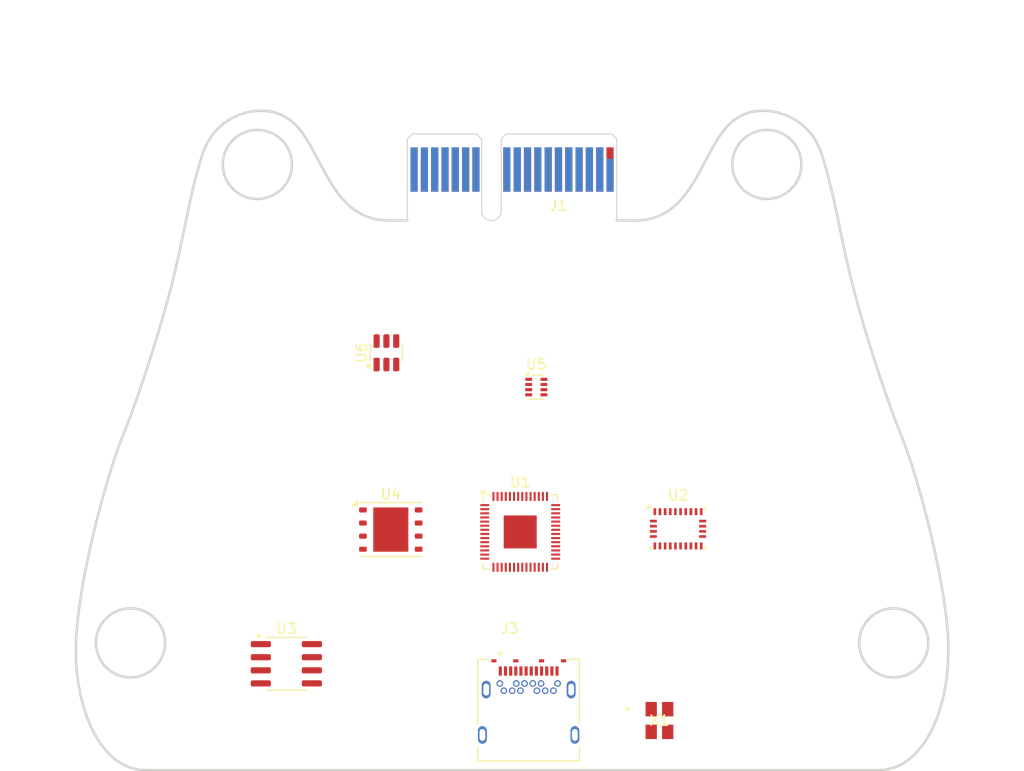
<source format=kicad_pcb>
(kicad_pcb (version 20240108) (generator "pcbnew") (generator_version "8.0")
  (layers (0 "F.Cu" signal) (31 "B.Cu" signal) (34 "B.Paste" user) (35 "F.Paste" user) (36 "B.SilkS" user "B.Silkscreen") (37 "F.SilkS" user "F.Silkscreen") (38 "B.Mask" user) (39 "F.Mask" user) (44 "Edge.Cuts" user))
  (net 0 "")
  (net 1 "Net-(J1-+3.3V-PadA10)")
  (net 2 "Net-(J1-GND-PadA12)")
  (net 5 "Net-(J1-+12V-PadA2)")
  (net 26 "Net-(U1-IOVDD-Pad1)")
  (net 30 "Net-(U1-DVDD-Pad23)")
  (net 82 "Net-(U2-GNDIO-Pad15)")
  (net 109 "Net-(J3-SHIELD-PadS1)")
  (net 112 "Net-(J3-GND_A-PadA1)")
  (net 113 "Net-(J3-VBUS_B-PadB4)")
  (net 117 "Net-(J3-VBUS_A-PadA4)")
  (net 133 "Net-(U5-VOUT-Pad2)")
  (net 144 "Net-(J3-GND_B-PadB1)")
  (footprint "Package_DFN_QFN:QFN-56-1EP_7x7mm_P0.4mm_EP3.2x3.2mm" (layer "F.Cu") (at 147.2 99.3)
    (property "Reference" "U1" (at 0 -4.83 0) (layer "F.SilkS"))
    (property "Value" "RP2040")
    (fp_line (start -3.61 -2.96) (end -3.61 -3.37) (stroke (width 0.12)) (layer "F.SilkS"))
    (fp_line (start -3.61 3.61) (end -3.61 2.96) (stroke (width 0.12)) (layer "F.SilkS"))
    (fp_line (start -2.96 -3.61) (end -3.31 -3.61) (stroke (width 0.12)) (layer "F.SilkS"))
    (fp_line (start -2.96 3.61) (end -3.61 3.61) (stroke (width 0.12)) (layer "F.SilkS"))
    (fp_line (start 2.96 -3.61) (end 3.61 -3.61) (stroke (width 0.12)) (layer "F.SilkS"))
    (fp_line (start 2.96 3.61) (end 3.61 3.61) (stroke (width 0.12)) (layer "F.SilkS"))
    (fp_line (start 3.61 -3.61) (end 3.61 -2.96) (stroke (width 0.12)) (layer "F.SilkS"))
    (fp_line (start 3.61 3.61) (end 3.61 2.96) (stroke (width 0.12)) (layer "F.SilkS"))
    (fp_poly (pts (xy -3.61 -3.61) (xy -3.85 -3.94) (xy -3.37 -3.94) (xy -3.61 -3.61)) (stroke (width 0.12)) (fill solid) (layer "F.SilkS"))
    (pad "1" smd roundrect (at -3.4375 -2.6) (size 0.875 0.2) (layers "F.Cu" "F.Paste" "F.Mask") (net 26 "Net-(U1-IOVDD-Pad1)"))
    (pad "2" smd roundrect (at -3.4375 -2.2) (size 0.875 0.2) (layers "F.Cu" "F.Paste" "F.Mask"))
    (pad "3" smd roundrect (at -3.4375 -1.8) (size 0.875 0.2) (layers "F.Cu" "F.Paste" "F.Mask"))
    (pad "4" smd roundrect (at -3.4375 -1.4) (size 0.875 0.2) (layers "F.Cu" "F.Paste" "F.Mask"))
    (pad "5" smd roundrect (at -3.4375 -1) (size 0.875 0.2) (layers "F.Cu" "F.Paste" "F.Mask"))
    (pad "6" smd roundrect (at -3.4375 -0.6) (size 0.875 0.2) (layers "F.Cu" "F.Paste" "F.Mask"))
    (pad "7" smd roundrect (at -3.4375 -0.2) (size 0.875 0.2) (layers "F.Cu" "F.Paste" "F.Mask"))
    (pad "8" smd roundrect (at -3.4375 0.2) (size 0.875 0.2) (layers "F.Cu" "F.Paste" "F.Mask"))
    (pad "9" smd roundrect (at -3.4375 0.6) (size 0.875 0.2) (layers "F.Cu" "F.Paste" "F.Mask"))
    (pad "10" smd roundrect (at -3.4375 1) (size 0.875 0.2) (layers "F.Cu" "F.Paste" "F.Mask") (net 26 "Net-(U1-IOVDD-Pad1)"))
    (pad "11" smd roundrect (at -3.4375 1.4) (size 0.875 0.2) (layers "F.Cu" "F.Paste" "F.Mask"))
    (pad "12" smd roundrect (at -3.4375 1.8) (size 0.875 0.2) (layers "F.Cu" "F.Paste" "F.Mask"))
    (pad "13" smd roundrect (at -3.4375 2.2) (size 0.875 0.2) (layers "F.Cu" "F.Paste" "F.Mask"))
    (pad "14" smd roundrect (at -3.4375 2.6) (size 0.875 0.2) (layers "F.Cu" "F.Paste" "F.Mask"))
    (pad "15" smd roundrect (at -2.6 3.4375) (size 0.2 0.875) (layers "F.Cu" "F.Paste" "F.Mask"))
    (pad "16" smd roundrect (at -2.2 3.4375) (size 0.2 0.875) (layers "F.Cu" "F.Paste" "F.Mask"))
    (pad "17" smd roundrect (at -1.8 3.4375) (size 0.2 0.875) (layers "F.Cu" "F.Paste" "F.Mask"))
    (pad "18" smd roundrect (at -1.4 3.4375) (size 0.2 0.875) (layers "F.Cu" "F.Paste" "F.Mask"))
    (pad "19" smd roundrect (at -1 3.4375) (size 0.2 0.875) (layers "F.Cu" "F.Paste" "F.Mask"))
    (pad "20" smd roundrect (at -0.6 3.4375) (size 0.2 0.875) (layers "F.Cu" "F.Paste" "F.Mask"))
    (pad "21" smd roundrect (at -0.2 3.4375) (size 0.2 0.875) (layers "F.Cu" "F.Paste" "F.Mask"))
    (pad "22" smd roundrect (at 0.2 3.4375) (size 0.2 0.875) (layers "F.Cu" "F.Paste" "F.Mask") (net 26 "Net-(U1-IOVDD-Pad1)"))
    (pad "23" smd roundrect (at 0.6 3.4375) (size 0.2 0.875) (layers "F.Cu" "F.Paste" "F.Mask") (net 30 "Net-(U1-DVDD-Pad23)"))
    (pad "24" smd roundrect (at 1 3.4375) (size 0.2 0.875) (layers "F.Cu" "F.Paste" "F.Mask"))
    (pad "25" smd roundrect (at 1.4 3.4375) (size 0.2 0.875) (layers "F.Cu" "F.Paste" "F.Mask"))
    (pad "26" smd roundrect (at 1.8 3.4375) (size 0.2 0.875) (layers "F.Cu" "F.Paste" "F.Mask"))
    (pad "27" smd roundrect (at 2.2 3.4375) (size 0.2 0.875) (layers "F.Cu" "F.Paste" "F.Mask"))
    (pad "28" smd roundrect (at 2.6 3.4375) (size 0.2 0.875) (layers "F.Cu" "F.Paste" "F.Mask"))
    (pad "29" smd roundrect (at 3.4375 2.6) (size 0.875 0.2) (layers "F.Cu" "F.Paste" "F.Mask"))
    (pad "30" smd roundrect (at 3.4375 2.2) (size 0.875 0.2) (layers "F.Cu" "F.Paste" "F.Mask"))
    (pad "31" smd roundrect (at 3.4375 1.8) (size 0.875 0.2) (layers "F.Cu" "F.Paste" "F.Mask"))
    (pad "32" smd roundrect (at 3.4375 1.4) (size 0.875 0.2) (layers "F.Cu" "F.Paste" "F.Mask"))
    (pad "33" smd roundrect (at 3.4375 1) (size 0.875 0.2) (layers "F.Cu" "F.Paste" "F.Mask") (net 26 "Net-(U1-IOVDD-Pad1)"))
    (pad "34" smd roundrect (at 3.4375 0.6) (size 0.875 0.2) (layers "F.Cu" "F.Paste" "F.Mask"))
    (pad "35" smd roundrect (at 3.4375 0.2) (size 0.875 0.2) (layers "F.Cu" "F.Paste" "F.Mask"))
    (pad "36" smd roundrect (at 3.4375 -0.2) (size 0.875 0.2) (layers "F.Cu" "F.Paste" "F.Mask"))
    (pad "37" smd roundrect (at 3.4375 -0.6) (size 0.875 0.2) (layers "F.Cu" "F.Paste" "F.Mask"))
    (pad "38" smd roundrect (at 3.4375 -1) (size 0.875 0.2) (layers "F.Cu" "F.Paste" "F.Mask"))
    (pad "39" smd roundrect (at 3.4375 -1.4) (size 0.875 0.2) (layers "F.Cu" "F.Paste" "F.Mask"))
    (pad "40" smd roundrect (at 3.4375 -1.8) (size 0.875 0.2) (layers "F.Cu" "F.Paste" "F.Mask"))
    (pad "41" smd roundrect (at 3.4375 -2.2) (size 0.875 0.2) (layers "F.Cu" "F.Paste" "F.Mask"))
    (pad "42" smd roundrect (at 3.4375 -2.6) (size 0.875 0.2) (layers "F.Cu" "F.Paste" "F.Mask") (net 26 "Net-(U1-IOVDD-Pad1)"))
    (pad "43" smd roundrect (at 2.6 -3.4375) (size 0.2 0.875) (layers "F.Cu" "F.Paste" "F.Mask"))
    (pad "44" smd roundrect (at 2.2 -3.4375) (size 0.2 0.875) (layers "F.Cu" "F.Paste" "F.Mask"))
    (pad "45" smd roundrect (at 1.8 -3.4375) (size 0.2 0.875) (layers "F.Cu" "F.Paste" "F.Mask"))
    (pad "46" smd roundrect (at 1.4 -3.4375) (size 0.2 0.875) (layers "F.Cu" "F.Paste" "F.Mask"))
    (pad "47" smd roundrect (at 1 -3.4375) (size 0.2 0.875) (layers "F.Cu" "F.Paste" "F.Mask"))
    (pad "48" smd roundrect (at 0.6 -3.4375) (size 0.2 0.875) (layers "F.Cu" "F.Paste" "F.Mask"))
    (pad "49" smd roundrect (at 0.2 -3.4375) (size 0.2 0.875) (layers "F.Cu" "F.Paste" "F.Mask") (net 26 "Net-(U1-IOVDD-Pad1)"))
    (pad "50" smd roundrect (at -0.2 -3.4375) (size 0.2 0.875) (layers "F.Cu" "F.Paste" "F.Mask") (net 30 "Net-(U1-DVDD-Pad23)"))
    (pad "51" smd roundrect (at -0.6 -3.4375) (size 0.2 0.875) (layers "F.Cu" "F.Paste" "F.Mask"))
    (pad "52" smd roundrect (at -1 -3.4375) (size 0.2 0.875) (layers "F.Cu" "F.Paste" "F.Mask"))
    (pad "53" smd roundrect (at -1.4 -3.4375) (size 0.2 0.875) (layers "F.Cu" "F.Paste" "F.Mask"))
    (pad "54" smd roundrect (at -1.8 -3.4375) (size 0.2 0.875) (layers "F.Cu" "F.Paste" "F.Mask"))
    (pad "55" smd roundrect (at -2.2 -3.4375) (size 0.2 0.875) (layers "F.Cu" "F.Paste" "F.Mask"))
    (pad "56" smd roundrect (at -2.6 -3.4375) (size 0.2 0.875) (layers "F.Cu" "F.Paste" "F.Mask"))
    (pad "57" smd rect (at 0 0) (size 3.2 3.2) (property pad_prop_heatsink) (layers "F.Cu" "F.Mask"))
  )
  (footprint "Package_LGA:LGA-28_5.2x3.8mm_P0.5mm" (layer "F.Cu") (at 162.5 99)
    (property "Reference" "U2" (at 0 -3.25 0) (layer "F.SilkS"))
    (property "Value" "BNO055")
    (fp_line (start -2.71 2.01) (end -2.71 1.75) (stroke (width 0.12)) (layer "F.SilkS"))
    (fp_line (start -2.71 2.01) (end -2.45 2.01) (stroke (width 0.12)) (layer "F.SilkS"))
    (fp_line (start 2.71 -2.01) (end 2.45 -2.01) (stroke (width 0.12)) (layer "F.SilkS"))
    (fp_line (start 2.71 -2.01) (end 2.71 -1.75) (stroke (width 0.12)) (layer "F.SilkS"))
    (fp_line (start 2.71 2.01) (end 2.45 2.01) (stroke (width 0.12)) (layer "F.SilkS"))
    (fp_line (start 2.71 2.01) (end 2.71 1.75) (stroke (width 0.12)) (layer "F.SilkS"))
    (fp_poly (pts (xy -2.71 -2.01) (xy -3.07 -2.01) (xy -2.71 -2.37) (xy -2.71 -2.01)) (stroke (width 0.1)) (fill solid) (layer "F.SilkS"))
    (pad "1" smd rect (at -2.25 -1.6625) (size 0.254 0.675) (layers "F.Cu" "F.Paste" "F.Mask"))
    (pad "2" smd rect (at -2.3875 -0.75 90) (size 0.254 0.675) (layers "F.Cu" "F.Paste" "F.Mask"))
    (pad "3" smd rect (at -2.3875 -0.25 90) (size 0.254 0.675) (layers "F.Cu" "F.Paste" "F.Mask"))
    (pad "4" smd rect (at -2.3875 0.25 90) (size 0.254 0.675) (layers "F.Cu" "F.Paste" "F.Mask"))
    (pad "5" smd rect (at -2.3875 0.75 90) (size 0.254 0.675) (layers "F.Cu" "F.Paste" "F.Mask"))
    (pad "6" smd rect (at -2.25 1.6625) (size 0.254 0.675) (layers "F.Cu" "F.Paste" "F.Mask"))
    (pad "7" smd rect (at -1.75 1.6625) (size 0.254 0.675) (layers "F.Cu" "F.Paste" "F.Mask"))
    (pad "8" smd rect (at -1.25 1.6625) (size 0.254 0.675) (layers "F.Cu" "F.Paste" "F.Mask"))
    (pad "9" smd rect (at -0.75 1.6625) (size 0.254 0.675) (layers "F.Cu" "F.Paste" "F.Mask"))
    (pad "10" smd rect (at -0.25 1.6625) (size 0.254 0.675) (layers "F.Cu" "F.Paste" "F.Mask"))
    (pad "11" smd rect (at 0.25 1.6625) (size 0.254 0.675) (layers "F.Cu" "F.Paste" "F.Mask"))
    (pad "12" smd rect (at 0.75 1.6625) (size 0.254 0.675) (layers "F.Cu" "F.Paste" "F.Mask"))
    (pad "13" smd rect (at 1.25 1.6625) (size 0.254 0.675) (layers "F.Cu" "F.Paste" "F.Mask"))
    (pad "14" smd rect (at 1.75 1.6625) (size 0.254 0.675) (layers "F.Cu" "F.Paste" "F.Mask"))
    (pad "15" smd rect (at 2.25 1.6625) (size 0.254 0.675) (layers "F.Cu" "F.Paste" "F.Mask") (net 82 "Net-(U2-GNDIO-Pad15)"))
    (pad "16" smd rect (at 2.3875 0.75 90) (size 0.254 0.675) (layers "F.Cu" "F.Paste" "F.Mask") (net 82 "Net-(U2-GNDIO-Pad15)"))
    (pad "17" smd rect (at 2.3875 0.25 90) (size 0.254 0.675) (layers "F.Cu" "F.Paste" "F.Mask"))
    (pad "18" smd rect (at 2.3875 -0.25 90) (size 0.254 0.675) (layers "F.Cu" "F.Paste" "F.Mask"))
    (pad "19" smd rect (at 2.3875 -0.75 90) (size 0.254 0.675) (layers "F.Cu" "F.Paste" "F.Mask"))
    (pad "20" smd rect (at 2.25 -1.6625) (size 0.254 0.675) (layers "F.Cu" "F.Paste" "F.Mask"))
    (pad "21" smd rect (at 1.75 -1.6625) (size 0.254 0.675) (layers "F.Cu" "F.Paste" "F.Mask"))
    (pad "22" smd rect (at 1.25 -1.6625) (size 0.254 0.675) (layers "F.Cu" "F.Paste" "F.Mask"))
    (pad "23" smd rect (at 0.75 -1.6625) (size 0.254 0.675) (layers "F.Cu" "F.Paste" "F.Mask"))
    (pad "24" smd rect (at 0.25 -1.6625) (size 0.254 0.675) (layers "F.Cu" "F.Paste" "F.Mask"))
    (pad "25" smd rect (at -0.25 -1.6625) (size 0.254 0.675) (layers "F.Cu" "F.Paste" "F.Mask") (net 82 "Net-(U2-GNDIO-Pad15)"))
    (pad "26" smd rect (at -0.75 -1.6625) (size 0.254 0.675) (layers "F.Cu" "F.Paste" "F.Mask"))
    (pad "27" smd rect (at -1.25 -1.6625) (size 0.254 0.675) (layers "F.Cu" "F.Paste" "F.Mask"))
    (pad "28" smd rect (at -1.75 -1.6625) (size 0.254 0.675) (layers "F.Cu" "F.Paste" "F.Mask"))
  )
  (footprint "Connector_PCBEdge:BUS_PCIexpress_x1" (layer "F.Cu") (at 155.908096 64.138907 180)
    (property "Reference" "J1" (at 5 -3.5 0) (layer "F.SilkS"))
    (property "Value" "Bus_PCI_Express_x1")
    (fp_line (start 19.65 2.95) (end 19.15 3.45) (stroke (width 0.1)) (layer "Edge.Cuts"))
    (fp_line (start 19.65 -4.95) (end 19.65 2.95) (stroke (width 0.1)) (layer "Edge.Cuts"))
    (fp_line (start 12.95 3.45) (end 19.15 3.45) (stroke (width 0.1)) (layer "Edge.Cuts"))
    (fp_line (start 12.45 2.95) (end 12.95 3.45) (stroke (width 0.1)) (layer "Edge.Cuts"))
    (fp_line (start 12.45 -4) (end 12.45 2.95) (stroke (width 0.1)) (layer "Edge.Cuts"))
    (fp_line (start 10.55 2.95) (end 10.05 3.45) (stroke (width 0.1)) (layer "Edge.Cuts"))
    (fp_line (start 10.55 -4) (end 10.55 2.95) (stroke (width 0.1)) (layer "Edge.Cuts"))
    (fp_line (start -0.15 3.45) (end 10.05 3.45) (stroke (width 0.1)) (layer "Edge.Cuts"))
    (fp_line (start -0.65 2.95) (end -0.15 3.45) (stroke (width 0.1)) (layer "Edge.Cuts"))
    (fp_line (start -0.65 -4.95) (end -0.65 2.95) (stroke (width 0.1)) (layer "Edge.Cuts"))
    (fp_arc (start 10.55 -4) (mid 11.5 -4.95) (end 12.45 -4) (stroke (width 0.1)) (layer "Edge.Cuts"))
    (pad "A1" connect rect (at 0 -0.55 180) (size 0.7 3.2) (layers "B.Cu" "B.Mask"))
    (pad "A2" connect rect (at 1 0 180) (size 0.7 4.3) (layers "B.Cu" "B.Mask") (net 5 "Net-(J1-+12V-PadA2)"))
    (pad "A3" connect rect (at 2 0 180) (size 0.7 4.3) (layers "B.Cu" "B.Mask") (net 5 "Net-(J1-+12V-PadA2)"))
    (pad "A4" connect rect (at 3 0 180) (size 0.7 4.3) (layers "B.Cu" "B.Mask") (net 2 "Net-(J1-GND-PadA12)"))
    (pad "A5" connect rect (at 4 0 180) (size 0.7 4.3) (layers "B.Cu" "B.Mask"))
    (pad "A6" connect rect (at 5 0 180) (size 0.7 4.3) (layers "B.Cu" "B.Mask"))
    (pad "A7" connect rect (at 6 0 180) (size 0.7 4.3) (layers "B.Cu" "B.Mask"))
    (pad "A8" connect rect (at 7 0 180) (size 0.7 4.3) (layers "B.Cu" "B.Mask"))
    (pad "A9" connect rect (at 8 0 180) (size 0.7 4.3) (layers "B.Cu" "B.Mask") (net 1 "Net-(J1-+3.3V-PadA10)"))
    (pad "A10" connect rect (at 9 0 180) (size 0.7 4.3) (layers "B.Cu" "B.Mask") (net 1 "Net-(J1-+3.3V-PadA10)"))
    (pad "A11" connect rect (at 10 0 180) (size 0.7 4.3) (layers "B.Cu" "B.Mask"))
    (pad "A12" connect rect (at 13 0 180) (size 0.7 4.3) (layers "B.Cu" "B.Mask") (net 2 "Net-(J1-GND-PadA12)"))
    (pad "A13" connect rect (at 14 0 180) (size 0.7 4.3) (layers "B.Cu" "B.Mask"))
    (pad "A14" connect rect (at 15 0 180) (size 0.7 4.3) (layers "B.Cu" "B.Mask"))
    (pad "A15" connect rect (at 16 0 180) (size 0.7 4.3) (layers "B.Cu" "B.Mask") (net 2 "Net-(J1-GND-PadA12)"))
    (pad "A16" connect rect (at 17 0 180) (size 0.7 4.3) (layers "B.Cu" "B.Mask"))
    (pad "A17" connect rect (at 18 0 180) (size 0.7 4.3) (layers "B.Cu" "B.Mask"))
    (pad "A18" connect rect (at 19 0 180) (size 0.7 4.3) (layers "B.Cu" "B.Mask") (net 2 "Net-(J1-GND-PadA12)"))
    (pad "B1" connect rect (at 0 0 180) (size 0.7 4.3) (layers "F.Cu" "F.Mask") (net 5 "Net-(J1-+12V-PadA2)"))
    (pad "B2" connect rect (at 1 0 180) (size 0.7 4.3) (layers "F.Cu" "F.Mask") (net 5 "Net-(J1-+12V-PadA2)"))
    (pad "B3" connect rect (at 2 0 180) (size 0.7 4.3) (layers "F.Cu" "F.Mask") (net 5 "Net-(J1-+12V-PadA2)"))
    (pad "B4" connect rect (at 3 0 180) (size 0.7 4.3) (layers "F.Cu" "F.Mask") (net 2 "Net-(J1-GND-PadA12)"))
    (pad "B5" connect rect (at 4 0 180) (size 0.7 4.3) (layers "F.Cu" "F.Mask"))
    (pad "B6" connect rect (at 5 0 180) (size 0.7 4.3) (layers "F.Cu" "F.Mask"))
    (pad "B7" connect rect (at 6 0 180) (size 0.7 4.3) (layers "F.Cu" "F.Mask") (net 2 "Net-(J1-GND-PadA12)"))
    (pad "B8" connect rect (at 7 0 180) (size 0.7 4.3) (layers "F.Cu" "F.Mask") (net 1 "Net-(J1-+3.3V-PadA10)"))
    (pad "B9" connect rect (at 8 0 180) (size 0.7 4.3) (layers "F.Cu" "F.Mask"))
    (pad "B10" connect rect (at 9 0 180) (size 0.7 4.3) (layers "F.Cu" "F.Mask"))
    (pad "B11" connect rect (at 10 0 180) (size 0.7 4.3) (layers "F.Cu" "F.Mask"))
    (pad "B12" connect rect (at 13 0 180) (size 0.7 4.3) (layers "F.Cu" "F.Mask"))
    (pad "B13" connect rect (at 14 0 180) (size 0.7 4.3) (layers "F.Cu" "F.Mask") (net 2 "Net-(J1-GND-PadA12)"))
    (pad "B14" connect rect (at 15 0 180) (size 0.7 4.3) (layers "F.Cu" "F.Mask"))
    (pad "B15" connect rect (at 16 0 180) (size 0.7 4.3) (layers "F.Cu" "F.Mask"))
    (pad "B16" connect rect (at 17 0 180) (size 0.7 4.3) (layers "F.Cu" "F.Mask") (net 2 "Net-(J1-GND-PadA12)"))
    (pad "B17" connect rect (at 18 -0.55 180) (size 0.7 3.2) (layers "F.Cu" "F.Mask"))
    (pad "B18" connect rect (at 19 0 180) (size 0.7 4.3) (layers "F.Cu" "F.Mask") (net 2 "Net-(J1-GND-PadA12)"))
  )
  (footprint "footprints:ABM8-272-T3_ABR" (layer "F.Cu") (at 160.699999 117.6)
    (property "Reference" "X1" (at 0 0 0) (layer "F.SilkS"))
    (property "Value" "ABM8-272-T3")
    (fp_circle (center -3.1016 -1.1) (end -2.9746 -1.1) (stroke (width 0.1524)) (fill none) (layer "F.SilkS"))
    (pad "1" smd rect (at -0.800001 -1.1) (size 1.1 1.4) (layers "F.Cu" "F.Paste" "F.Mask"))
    (pad "2" smd rect (at -0.800001 1.1) (size 1.1 1.4) (layers "F.Cu" "F.Paste" "F.Mask"))
    (pad "3" smd rect (at 0.800001 1.1) (size 1.1 1.4) (layers "F.Cu" "F.Paste" "F.Mask"))
    (pad "4" smd rect (at 0.800001 -1.1) (size 1.1 1.4) (layers "F.Cu" "F.Paste" "F.Mask"))
  )
  (footprint "Package_SON:WSON-8-1EP_6x5mm_P1.27mm_EP3.4x4.3mm" (layer "F.Cu") (at 134.65 99.075)
    (property "Reference" "U4" (at 0 -3.45 0) (layer "F.SilkS"))
    (property "Value" "W25Q128JVP")
    (fp_line (start -3 2.61) (end 3 2.61) (stroke (width 0.12)) (layer "F.SilkS"))
    (fp_line (start -2.99 -2.61) (end 3 -2.61) (stroke (width 0.12)) (layer "F.SilkS"))
    (fp_poly (pts (xy -3.23 -2.31) (xy -3.71 -2.31) (xy -3.23 -2.79) (xy -3.23 -2.31)) (stroke (width 0.12)) (fill solid) (layer "F.SilkS"))
    (pad "1" smd roundrect (at -2.7 -1.905) (size 0.75 0.5) (layers "F.Cu" "F.Paste" "F.Mask"))
    (pad "2" smd roundrect (at -2.7 -0.635) (size 0.75 0.5) (layers "F.Cu" "F.Paste" "F.Mask"))
    (pad "3" smd roundrect (at -2.7 0.635) (size 0.75 0.5) (layers "F.Cu" "F.Paste" "F.Mask"))
    (pad "4" smd roundrect (at -2.7 1.905) (size 0.75 0.5) (layers "F.Cu" "F.Paste" "F.Mask"))
    (pad "5" smd roundrect (at 2.7 1.905) (size 0.75 0.5) (layers "F.Cu" "F.Paste" "F.Mask"))
    (pad "6" smd roundrect (at 2.7 0.635) (size 0.75 0.5) (layers "F.Cu" "F.Paste" "F.Mask"))
    (pad "7" smd roundrect (at 2.7 -0.635) (size 0.75 0.5) (layers "F.Cu" "F.Paste" "F.Mask"))
    (pad "8" smd roundrect (at 2.7 -1.905) (size 0.75 0.5) (layers "F.Cu" "F.Paste" "F.Mask"))
    (pad "9" smd rect (at 0 0) (size 3.4 4.3) (property pad_prop_heatsink) (layers "F.Cu" "F.Mask"))
  )
  (footprint "Package_TO_SOT_SMD:SOT-23-6" (layer "F.Cu") (at 134.225 81.925 90)
    (property "Reference" "U6" (at 0 -2.4 90) (layer "F.SilkS"))
    (property "Value" "LMR51430")
    (fp_line (start 0 -1.56) (end 0.8 -1.56) (stroke (width 0.12)) (layer "F.SilkS"))
    (fp_line (start 0 -1.56) (end -0.8 -1.56) (stroke (width 0.12)) (layer "F.SilkS"))
    (fp_line (start 0 1.56) (end 0.8 1.56) (stroke (width 0.12)) (layer "F.SilkS"))
    (fp_line (start 0 1.56) (end -0.8 1.56) (stroke (width 0.12)) (layer "F.SilkS"))
    (fp_poly (pts (xy -1.3 -1.51) (xy -1.54 -1.84) (xy -1.06 -1.84) (xy -1.3 -1.51)) (stroke (width 0.12)) (fill solid) (layer "F.SilkS"))
    (pad "1" smd roundrect (at -1.1375 -0.95 90) (size 1.325 0.6) (layers "F.Cu" "F.Paste" "F.Mask"))
    (pad "2" smd roundrect (at -1.1375 0 90) (size 1.325 0.6) (layers "F.Cu" "F.Paste" "F.Mask"))
    (pad "3" smd roundrect (at -1.1375 0.95 90) (size 1.325 0.6) (layers "F.Cu" "F.Paste" "F.Mask"))
    (pad "4" smd roundrect (at 1.1375 0.95 90) (size 1.325 0.6) (layers "F.Cu" "F.Paste" "F.Mask"))
    (pad "5" smd roundrect (at 1.1375 0 90) (size 1.325 0.6) (layers "F.Cu" "F.Paste" "F.Mask"))
    (pad "6" smd roundrect (at 1.1375 -0.95 90) (size 1.325 0.6) (layers "F.Cu" "F.Paste" "F.Mask"))
  )
  (footprint "Package_TO_SOT_SMD:SOT-583-8" (layer "F.Cu") (at 148.76 85.25)
    (property "Reference" "U5" (at 0 -2.2 0) (layer "F.SilkS"))
    (property "Value" "TPS2116DRL")
    (fp_line (start 0.65 -1.16) (end -0.4 -1.16) (stroke (width 0.12)) (layer "F.SilkS"))
    (fp_line (start 0.65 1.16) (end -0.65 1.16) (stroke (width 0.12)) (layer "F.SilkS"))
    (fp_poly (pts (xy -0.76 -1.16) (xy -1.04 -1.16) (xy -0.76 -1.44) (xy -0.76 -1.16)) (stroke (width 0.12)) (fill solid) (layer "F.SilkS"))
    (pad "1" smd roundrect (at -0.74 -0.75) (size 0.67 0.3) (layers "F.Cu" "F.Paste" "F.Mask") (roundrect_rratio 0.1666666667))
    (pad "2" smd roundrect (at -0.74 -0.25) (size 0.67 0.3) (layers "F.Cu" "F.Paste" "F.Mask") (roundrect_rratio 0.1666666667) (net 133 "Net-(U5-VOUT-Pad2)"))
    (pad "3" smd roundrect (at -0.74 0.25) (size 0.67 0.3) (layers "F.Cu" "F.Paste" "F.Mask") (roundrect_rratio 0.1666666667))
    (pad "4" smd roundrect (at -0.74 0.75) (size 0.67 0.3) (layers "F.Cu" "F.Paste" "F.Mask") (roundrect_rratio 0.1666666667))
    (pad "5" smd roundrect (at 0.74 0.75) (size 0.67 0.3) (layers "F.Cu" "F.Paste" "F.Mask") (roundrect_rratio 0.1666666667))
    (pad "6" smd roundrect (at 0.74 0.25) (size 0.67 0.3) (layers "F.Cu" "F.Paste" "F.Mask") (roundrect_rratio 0.1666666667))
    (pad "7" smd roundrect (at 0.74 -0.25) (size 0.67 0.3) (layers "F.Cu" "F.Paste" "F.Mask") (roundrect_rratio 0.1666666667) (net 133 "Net-(U5-VOUT-Pad2)"))
    (pad "8" smd roundrect (at 0.74 -0.75) (size 0.67 0.3) (layers "F.Cu" "F.Paste" "F.Mask") (roundrect_rratio 0.1666666667))
  )
  (footprint "Package_SO:SOIC-8_3.9x4.9mm_P1.27mm" (layer "F.Cu") (at 124.525 112.095)
    (property "Reference" "U3" (at 0 -3.4 0) (layer "F.SilkS"))
    (property "Value" "MCP2562-E-SN")
    (fp_line (start 0 -2.56) (end -1.95 -2.56) (stroke (width 0.12)) (layer "F.SilkS"))
    (fp_line (start 0 -2.56) (end 1.95 -2.56) (stroke (width 0.12)) (layer "F.SilkS"))
    (fp_line (start 0 2.56) (end -1.95 2.56) (stroke (width 0.12)) (layer "F.SilkS"))
    (fp_line (start 0 2.56) (end 1.95 2.56) (stroke (width 0.12)) (layer "F.SilkS"))
    (fp_poly (pts (xy -2.7 -2.465) (xy -2.94 -2.795) (xy -2.46 -2.795) (xy -2.7 -2.465)) (stroke (width 0.12)) (fill solid) (layer "F.SilkS"))
    (pad "1" smd roundrect (at -2.475 -1.905) (size 1.95 0.6) (layers "F.Cu" "F.Paste" "F.Mask"))
    (pad "2" smd roundrect (at -2.475 -0.635) (size 1.95 0.6) (layers "F.Cu" "F.Paste" "F.Mask"))
    (pad "3" smd roundrect (at -2.475 0.635) (size 1.95 0.6) (layers "F.Cu" "F.Paste" "F.Mask"))
    (pad "4" smd roundrect (at -2.475 1.905) (size 1.95 0.6) (layers "F.Cu" "F.Paste" "F.Mask"))
    (pad "5" smd roundrect (at 2.475 1.905) (size 1.95 0.6) (layers "F.Cu" "F.Paste" "F.Mask"))
    (pad "6" smd roundrect (at 2.475 0.635) (size 1.95 0.6) (layers "F.Cu" "F.Paste" "F.Mask"))
    (pad "7" smd roundrect (at 2.475 -0.635) (size 1.95 0.6) (layers "F.Cu" "F.Paste" "F.Mask"))
    (pad "8" smd roundrect (at 2.475 -1.905) (size 1.95 0.6) (layers "F.Cu" "F.Paste" "F.Mask"))
  )
  (footprint "TYPE-C-31-M-04:HRO_TYPE-C-31-M-04" (layer "F.Cu") (at 148.02 112.8)
    (property "Reference" "J3" (at -1.825 -4.135 0) (layer "F.SilkS"))
    (property "Value" "TYPE-C-31-M-04")
    (fp_line (start -4.925 5.03) (end -4.925 -1.14) (stroke (width 0.127)) (layer "F.SilkS"))
    (fp_line (start -4.925 8.73) (end -4.925 7.37) (stroke (width 0.127)) (layer "F.SilkS"))
    (fp_line (start -4.925 8.73) (end 4.925 8.73) (stroke (width 0.127)) (layer "F.SilkS"))
    (fp_line (start -3.94 -1.14) (end -4.925 -1.14) (stroke (width 0.127)) (layer "F.SilkS"))
    (fp_line (start 4.925 -1.14) (end 3.95 -1.14) (stroke (width 0.127)) (layer "F.SilkS"))
    (fp_line (start 4.925 5.03) (end 4.925 -1.14) (stroke (width 0.127)) (layer "F.SilkS"))
    (fp_line (start 4.925 8.73) (end 4.925 7.37) (stroke (width 0.127)) (layer "F.SilkS"))
    (fp_circle (center -2.75 -1.7) (end -2.65 -1.7) (stroke (width 0.2)) (fill none) (layer "F.SilkS"))
    (pad "" np_thru_hole circle (at -3.6 0.56) (size 0.675 0.675) (drill 0.675) (layers "*.Cu" "*.Mask"))
    (pad "" np_thru_hole circle (at 3.75 0.56) (size 0.675 0.675) (drill 0.675) (layers "*.Cu" "*.Mask"))
    (pad "A1" smd rect (at -2.75 0) (size 0.3 0.9) (layers "F.Cu" "F.Paste" "F.Mask") (net 112 "Net-(J3-GND_A-PadA1)"))
    (pad "A2" smd rect (at -2.25 0) (size 0.3 0.9) (layers "F.Cu" "F.Paste" "F.Mask"))
    (pad "A3" smd rect (at -1.75 0) (size 0.3 0.9) (layers "F.Cu" "F.Paste" "F.Mask"))
    (pad "A4" smd rect (at -1.25 0) (size 0.3 0.9) (layers "F.Cu" "F.Paste" "F.Mask") (net 117 "Net-(J3-VBUS_A-PadA4)"))
    (pad "A5" smd rect (at -0.75 0) (size 0.3 0.9) (layers "F.Cu" "F.Paste" "F.Mask"))
    (pad "A6" smd rect (at -0.25 0) (size 0.3 0.9) (layers "F.Cu" "F.Paste" "F.Mask"))
    (pad "A7" smd rect (at 0.25 0) (size 0.3 0.9) (layers "F.Cu" "F.Paste" "F.Mask"))
    (pad "A8" smd rect (at 0.75 0) (size 0.3 0.9) (layers "F.Cu" "F.Paste" "F.Mask"))
    (pad "A9" smd rect (at 1.25 0) (size 0.3 0.9) (layers "F.Cu" "F.Paste" "F.Mask") (net 117 "Net-(J3-VBUS_A-PadA4)"))
    (pad "A10" smd rect (at 1.75 0) (size 0.3 0.9) (layers "F.Cu" "F.Paste" "F.Mask"))
    (pad "A11" smd rect (at 2.25 0) (size 0.3 0.9) (layers "F.Cu" "F.Paste" "F.Mask"))
    (pad "A12" smd rect (at 2.75 0) (size 0.3 0.9) (layers "F.Cu" "F.Paste" "F.Mask") (net 112 "Net-(J3-GND_A-PadA1)"))
    (pad "B1" thru_hole circle (at 2.8 1.21) (size 0.64 0.64) (drill 0.4) (layers "*.Cu" "*.Mask") (net 144 "Net-(J3-GND_B-PadB1)"))
    (pad "B2" thru_hole circle (at 2.4 1.91) (size 0.64 0.64) (drill 0.4) (layers "*.Cu" "*.Mask"))
    (pad "B3" thru_hole circle (at 1.6 1.91) (size 0.64 0.64) (drill 0.4) (layers "*.Cu" "*.Mask"))
    (pad "B4" thru_hole circle (at 1.2 1.21) (size 0.64 0.64) (drill 0.4) (layers "*.Cu" "*.Mask") (net 113 "Net-(J3-VBUS_B-PadB4)"))
    (pad "B5" thru_hole circle (at 0.8 1.91) (size 0.64 0.64) (drill 0.4) (layers "*.Cu" "*.Mask"))
    (pad "B6" thru_hole circle (at 0.4 1.21) (size 0.64 0.64) (drill 0.4) (layers "*.Cu" "*.Mask"))
    (pad "B7" thru_hole circle (at -0.4 1.21) (size 0.64 0.64) (drill 0.4) (layers "*.Cu" "*.Mask"))
    (pad "B8" thru_hole circle (at -0.8 1.91) (size 0.64 0.64) (drill 0.4) (layers "*.Cu" "*.Mask"))
    (pad "B9" thru_hole circle (at -1.2 1.21) (size 0.64 0.64) (drill 0.4) (layers "*.Cu" "*.Mask") (net 113 "Net-(J3-VBUS_B-PadB4)"))
    (pad "B10" thru_hole circle (at -1.6 1.91) (size 0.64 0.64) (drill 0.4) (layers "*.Cu" "*.Mask"))
    (pad "B11" thru_hole circle (at -2.4 1.91) (size 0.64 0.64) (drill 0.4) (layers "*.Cu" "*.Mask"))
    (pad "B12" thru_hole circle (at -2.8 1.21) (size 0.64 0.64) (drill 0.4) (layers "*.Cu" "*.Mask") (net 144 "Net-(J3-GND_B-PadB1)"))
    (pad "S1" smd rect (at -3.37 -0.99) (size 0.5 0.3) (layers "F.Cu" "F.Paste" "F.Mask") (net 109 "Net-(J3-SHIELD-PadS1)"))
    (pad "S2" smd rect (at -1.25 -0.99) (size 0.5 0.3) (layers "F.Cu" "F.Paste" "F.Mask") (net 109 "Net-(J3-SHIELD-PadS1)"))
    (pad "S3" smd rect (at 1.25 -0.99) (size 0.5 0.3) (layers "F.Cu" "F.Paste" "F.Mask") (net 109 "Net-(J3-SHIELD-PadS1)"))
    (pad "S4" smd rect (at 3.38 -0.99) (size 0.5 0.3) (layers "F.Cu" "F.Paste" "F.Mask") (net 109 "Net-(J3-SHIELD-PadS1)"))
    (pad "S5" thru_hole oval (at -4.12 1.8) (size 0.85 1.7) (drill oval 0.55 1.15) (layers "*.Cu" "*.Mask") (net 109 "Net-(J3-SHIELD-PadS1)"))
    (pad "S6" thru_hole oval (at 4.12 1.8) (size 0.85 1.7) (drill oval 0.55 1.15) (layers "*.Cu" "*.Mask") (net 109 "Net-(J3-SHIELD-PadS1)"))
    (pad "S7" thru_hole oval (at -4.49 6.2) (size 0.85 1.7) (drill oval 0.55 1.15) (layers "*.Cu" "*.Mask") (net 109 "Net-(J3-SHIELD-PadS1)"))
    (pad "S8" thru_hole oval (at 4.48 6.2) (size 0.85 1.7) (drill oval 0.55 1.15) (layers "*.Cu" "*.Mask") (net 109 "Net-(J3-SHIELD-PadS1)"))
  )
  (gr_circle (center 109.413305 110.068595) (end 112.763305 110.068595) (stroke (width 0.25)) (fill none) (layer "Edge.Cuts"))
  (gr_curve (pts (xy 116.139347 63.480372) (xy 115.041112 67.180024) (xy 114.605096 70.558899) (xy 113.472466 75.059248)) (stroke (width 0.25)) (layer "Edge.Cuts"))
  (gr_circle (center 171.113305 63.648595) (end 174.463305 63.648595) (stroke (width 0.25)) (fill none) (layer "Edge.Cuts"))
  (gr_curve (pts (xy 183.848256 89.194164) (xy 184.144737 89.955359) (xy 184.41476 90.604993) (xy 184.743875 91.544879)) (stroke (width 0.25)) (layer "Edge.Cuts"))
  (gr_curve (pts (xy 175.818122 61.288482) (xy 176.211607 61.957508) (xy 176.463216 62.725615) (xy 176.687264 63.480372)) (stroke (width 0.25)) (layer "Edge.Cuts"))
  (gr_curve (pts (xy 104.200217 108.833629) (xy 104.094575 110.198761) (xy 104.091862 111.420189) (xy 104.19191 112.609777)) (stroke (width 0.25)) (layer "Edge.Cuts"))
  (gr_curve (pts (xy 188.626393 108.833629) (xy 188.732035 110.198761) (xy 188.734748 111.420189) (xy 188.6347 112.609777)) (stroke (width 0.25)) (layer "Edge.Cuts"))
  (gr_curve (pts (xy 104.19191 112.609777) (xy 104.630063 117.81952) (xy 107.039119 122.418595) (xy 110.892406 122.418595)) (stroke (width 0.25)) (layer "Edge.Cuts"))
  (gr_curve (pts (xy 184.743875 91.544879) (xy 186.022342 95.195924) (xy 188.192506 103.226823) (xy 188.626393 108.833629)) (stroke (width 0.25)) (layer "Edge.Cuts"))
  (gr_circle (center 183.413305 110.068595) (end 186.763305 110.068595) (stroke (width 0.25)) (fill none) (layer "Edge.Cuts"))
  (gr_curve (pts (xy 167.784109 59.460642) (xy 170.210083 57.468961) (xy 174.205534 58.546668) (xy 175.818122 61.288482)) (stroke (width 0.25)) (layer "Edge.Cuts"))
  (gr_curve (pts (xy 113.472466 75.059248) (xy 112.290838 79.754285) (xy 110.351021 85.669927) (xy 108.978354 89.194164)) (stroke (width 0.25)) (layer "Edge.Cuts"))
  (gr_curve (pts (xy 134.473131 69.088595) (xy 128.643121 69.088595) (xy 128.04424 61.925014) (xy 125.042501 59.460642)) (stroke (width 0.25)) (layer "Edge.Cuts"))
  (gr_curve (pts (xy 188.6347 112.609777) (xy 188.196547 117.81952) (xy 185.787492 122.418595) (xy 181.934205 122.418595)) (stroke (width 0.25)) (layer "Edge.Cuts"))
  (gr_line (start 156.558096 69.088907) (end 158.353479 69.088595) (stroke (width 0.25)) (layer "Edge.Cuts"))
  (gr_curve (pts (xy 158.353479 69.088595) (xy 164.18349 69.088595) (xy 164.782371 61.925014) (xy 167.784109 59.460642)) (stroke (width 0.25)) (layer "Edge.Cuts"))
  (gr_line (start 136.258096 69.088907) (end 134.473131 69.088595) (stroke (width 0.25)) (layer "Edge.Cuts"))
  (gr_line (start 110.892406 122.418595) (end 181.934205 122.418595) (stroke (width 0.25)) (layer "Edge.Cuts"))
  (gr_curve (pts (xy 179.354144 75.059248) (xy 180.535772 79.754285) (xy 182.475589 85.669927) (xy 183.848256 89.194164)) (stroke (width 0.25)) (layer "Edge.Cuts"))
  (gr_curve (pts (xy 108.978354 89.194164) (xy 108.681873 89.955359) (xy 108.411851 90.604993) (xy 108.082736 91.544879)) (stroke (width 0.25)) (layer "Edge.Cuts"))
  (gr_curve (pts (xy 176.687264 63.480372) (xy 177.785498 67.180024) (xy 178.221515 70.558899) (xy 179.354144 75.059248)) (stroke (width 0.25)) (layer "Edge.Cuts"))
  (gr_curve (pts (xy 108.082736 91.544879) (xy 106.804268 95.195924) (xy 104.634104 103.226823) (xy 104.200217 108.833629)) (stroke (width 0.25)) (layer "Edge.Cuts"))
  (gr_curve (pts (xy 125.042501 59.460642) (xy 122.616527 57.468961) (xy 118.621076 58.546668) (xy 117.008489 61.288482)) (stroke (width 0.25)) (layer "Edge.Cuts"))
  (gr_curve (pts (xy 117.008489 61.288482) (xy 116.615004 61.957508) (xy 116.363395 62.725615) (xy 116.139347 63.480372)) (stroke (width 0.25)) (layer "Edge.Cuts"))
  (gr_circle (center 121.713305 63.648595) (end 125.063305 63.648595) (stroke (width 0.25)) (fill none) (layer "Edge.Cuts"))
)
</source>
